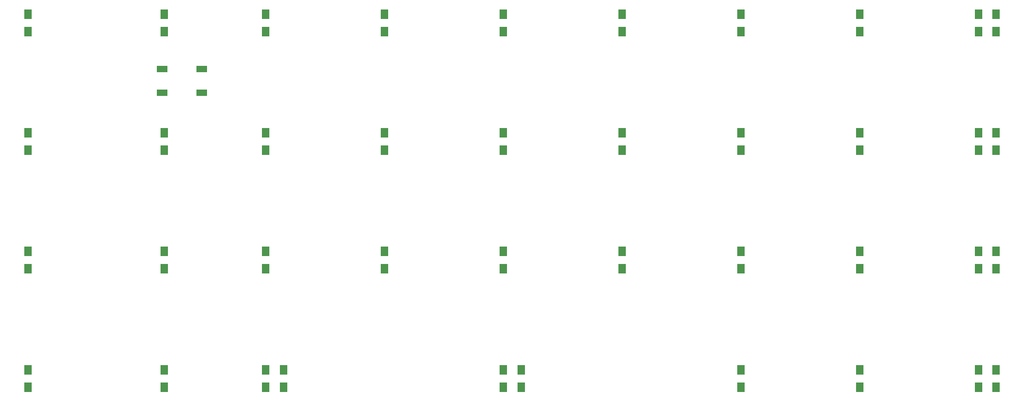
<source format=gbp>
G04 #@! TF.GenerationSoftware,KiCad,Pcbnew,(6.0.0)*
G04 #@! TF.CreationDate,2023-02-08T23:18:21+02:00*
G04 #@! TF.ProjectId,electrolyte,656c6563-7472-46f6-9c79-74652e6b6963,v1.fun*
G04 #@! TF.SameCoordinates,Original*
G04 #@! TF.FileFunction,Paste,Bot*
G04 #@! TF.FilePolarity,Positive*
%FSLAX46Y46*%
G04 Gerber Fmt 4.6, Leading zero omitted, Abs format (unit mm)*
G04 Created by KiCad (PCBNEW (6.0.0)) date 2023-02-08 23:18:21*
%MOMM*%
%LPD*%
G01*
G04 APERTURE LIST*
%ADD10R,1.200000X1.600000*%
%ADD11R,1.700000X1.000000*%
G04 APERTURE END LIST*
D10*
X34067750Y-27212750D03*
X34067750Y-24412750D03*
X34067750Y-46262750D03*
X34067750Y-43462750D03*
X34067750Y-65312750D03*
X34067750Y-62512750D03*
X34067750Y-84362750D03*
X34067750Y-81562750D03*
X55911750Y-27212750D03*
X55911750Y-24412750D03*
X55911750Y-46262750D03*
X55911750Y-43462750D03*
X55911750Y-65312750D03*
X55911750Y-62512750D03*
X55911750Y-84362750D03*
X55911750Y-81562750D03*
X72167750Y-27212750D03*
X72167750Y-24412750D03*
X72167750Y-46262750D03*
X72167750Y-43462750D03*
X72167750Y-65312750D03*
X72167750Y-62512750D03*
X72167750Y-84362750D03*
X72167750Y-81562750D03*
X91217750Y-27212750D03*
X91217750Y-24412750D03*
X91217750Y-46262750D03*
X91217750Y-43462750D03*
X91217750Y-65312750D03*
X91217750Y-62512750D03*
X75000000Y-84362750D03*
X75000000Y-81562750D03*
X110267750Y-27212750D03*
X110267750Y-24412750D03*
X110267750Y-46262750D03*
X110267750Y-43462750D03*
X110267750Y-65312750D03*
X110267750Y-62512750D03*
X110267750Y-84362750D03*
X110267750Y-81562750D03*
X129317750Y-27212750D03*
X129317750Y-24412750D03*
X129317750Y-46262750D03*
X129317750Y-43462750D03*
X129317750Y-65312750D03*
X129317750Y-62512750D03*
X113100000Y-84362750D03*
X113100000Y-81562750D03*
X148367750Y-27212750D03*
X148367750Y-24412750D03*
X148367750Y-46262750D03*
X148367750Y-43462750D03*
X148367750Y-65312750D03*
X148367750Y-62512750D03*
X148367750Y-84362750D03*
X148367750Y-81562750D03*
X167417750Y-27212750D03*
X167417750Y-24412750D03*
X167417750Y-46262750D03*
X167417750Y-43462750D03*
X167417750Y-65312750D03*
X167417750Y-62512750D03*
X167417750Y-84362750D03*
X167417750Y-81562750D03*
X186467750Y-27212750D03*
X186467750Y-24412750D03*
X186467750Y-46262750D03*
X186467750Y-43462750D03*
X186467750Y-65312750D03*
X186467750Y-62512750D03*
X186467750Y-84362750D03*
X186467750Y-81562750D03*
X189261750Y-27212750D03*
X189261750Y-24412750D03*
X189261750Y-46262750D03*
X189261750Y-43462750D03*
X189261750Y-65312750D03*
X189261750Y-62512750D03*
X189261750Y-84362750D03*
X189261750Y-81562750D03*
D11*
X55565000Y-33211000D03*
X61865000Y-33211000D03*
X55565000Y-37011000D03*
X61865000Y-37011000D03*
M02*

</source>
